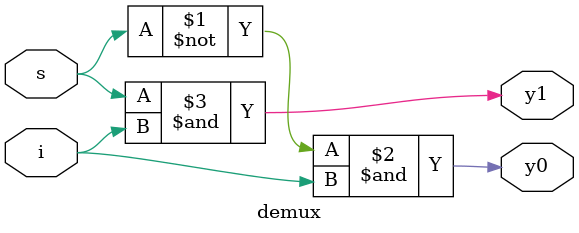
<source format=v>
module demux(input i,s,output y0,y1);
assign y0=~s&i;
assign y1=s&i;
endmodule

</source>
